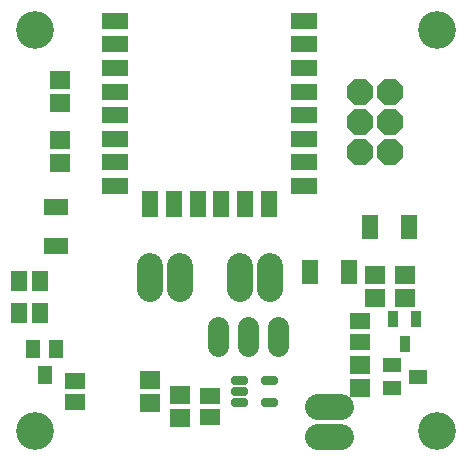
<source format=gbr>
G04 EAGLE Gerber RS-274X export*
G75*
%MOMM*%
%FSLAX34Y34*%
%LPD*%
%INSoldermask Top*%
%IPPOS*%
%AMOC8*
5,1,8,0,0,1.08239X$1,22.5*%
G01*
G04 Define Apertures*
%ADD10C,3.203200*%
%ADD11R,2.203200X1.403200*%
%ADD12R,1.403200X2.203200*%
%ADD13R,0.828000X1.426700*%
%ADD14R,1.703200X1.503200*%
%ADD15R,1.668500X1.367800*%
%ADD16R,1.603200X1.203200*%
%ADD17C,0.499716*%
%ADD18R,1.477900X2.053200*%
%ADD19R,2.053200X1.477900*%
%ADD20P,2.40204X8X112.5*%
%ADD21C,2.219200*%
%ADD22R,1.367800X1.668500*%
%ADD23R,1.203200X1.603200*%
%ADD24C,1.803200*%
D10*
X30000Y30000D03*
X370000Y370000D03*
X370000Y30000D03*
X30000Y370000D03*
D11*
X257800Y237440D03*
X257800Y257440D03*
X257800Y277440D03*
X257800Y297440D03*
X257800Y317440D03*
X257800Y337440D03*
X257800Y357440D03*
X257800Y377440D03*
X97800Y377440D03*
X97800Y337440D03*
X97800Y357440D03*
X97800Y317440D03*
X97800Y297440D03*
X97800Y277440D03*
X97800Y257440D03*
X97800Y237440D03*
D12*
X227800Y222640D03*
X207800Y222640D03*
X187800Y222640D03*
X167800Y222640D03*
X147800Y222640D03*
X127800Y222640D03*
D13*
X352400Y124940D03*
X333400Y124940D03*
X342900Y103660D03*
D14*
X127000Y73000D03*
X127000Y54000D03*
D15*
X177800Y59554D03*
X177800Y42046D03*
D16*
X353900Y76200D03*
X331900Y66700D03*
X331900Y85700D03*
D17*
X207918Y71532D02*
X198782Y71532D01*
X198782Y74468D01*
X207918Y74468D01*
X207918Y71532D01*
X207918Y62032D02*
X198782Y62032D01*
X198782Y64968D01*
X207918Y64968D01*
X207918Y62032D01*
X207918Y52532D02*
X198782Y52532D01*
X198782Y55468D01*
X207918Y55468D01*
X207918Y52532D01*
X223882Y52532D02*
X233018Y52532D01*
X223882Y52532D02*
X223882Y55468D01*
X233018Y55468D01*
X233018Y52532D01*
X233018Y71532D02*
X223882Y71532D01*
X223882Y74468D01*
X233018Y74468D01*
X233018Y71532D01*
D14*
X152400Y41300D03*
X152400Y60300D03*
X342900Y161900D03*
X342900Y142900D03*
X317500Y142900D03*
X317500Y161900D03*
X304800Y85700D03*
X304800Y66700D03*
D15*
X304800Y105546D03*
X304800Y123054D03*
D18*
X295603Y165100D03*
X263197Y165100D03*
X346403Y203200D03*
X313997Y203200D03*
D19*
X48000Y219403D03*
X48000Y186997D03*
D14*
X50800Y308000D03*
X50800Y327000D03*
X50800Y257200D03*
X50800Y276200D03*
D20*
X304800Y266700D03*
X330200Y266700D03*
X304800Y292100D03*
X330200Y292100D03*
X304800Y317500D03*
X330200Y317500D03*
D21*
X203200Y170080D02*
X203200Y149920D01*
X228600Y149920D02*
X228600Y170080D01*
X127000Y170080D02*
X127000Y149920D01*
X152400Y149920D02*
X152400Y170080D01*
D15*
X63500Y54746D03*
X63500Y72254D03*
D22*
X16646Y156853D03*
X34154Y156853D03*
D21*
X269320Y50800D02*
X289480Y50800D01*
X289480Y25400D02*
X269320Y25400D01*
D23*
X38100Y77900D03*
X28600Y99900D03*
X47600Y99900D03*
D22*
X16646Y130000D03*
X34154Y130000D03*
D24*
X235400Y118000D02*
X235400Y102000D01*
X210000Y102000D02*
X210000Y118000D01*
X184600Y118000D02*
X184600Y102000D01*
M02*

</source>
